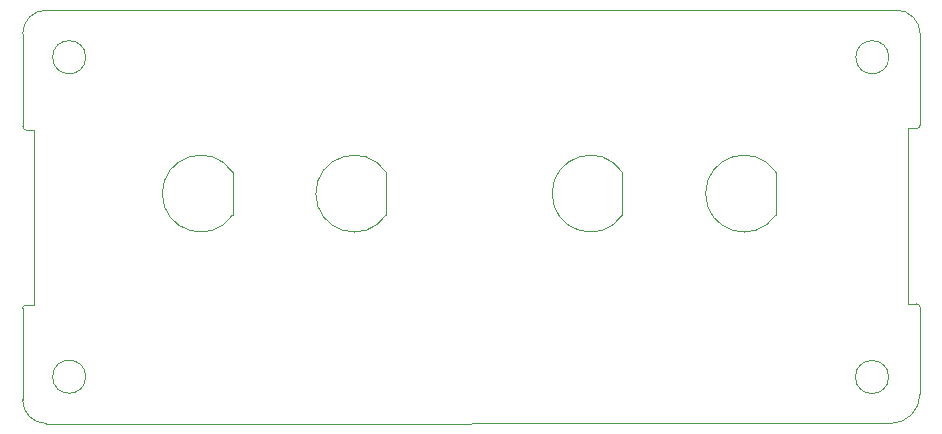
<source format=gko>
G04 #@! TF.FileFunction,Profile,NP*
%FSLAX46Y46*%
G04 Gerber Fmt 4.6, Leading zero omitted, Abs format (unit mm)*
G04 Created by KiCad (PCBNEW (2016-09-17 revision 679eef1)-makepkg) date 09/24/16 16:35:10*
%MOMM*%
%LPD*%
G01*
G04 APERTURE LIST*
%ADD10C,0.150000*%
%ADD11C,0.020000*%
G04 APERTURE END LIST*
D10*
D11*
X0Y-33000000D02*
G75*
G03X2000000Y-35000000I2000000J0D01*
G01*
X75990000Y-2000000D02*
G75*
G03X73990000Y0I-2000000J0D01*
G01*
X1999999Y0D02*
G75*
G03X0Y-2000001I1J-2000000D01*
G01*
X5345000Y-3985000D02*
G75*
G03X5345000Y-3985000I-1400000J0D01*
G01*
X5345000Y-31035000D02*
G75*
G03X5345000Y-31035000I-1400000J0D01*
G01*
X73320000Y-31060000D02*
G75*
G03X73320000Y-31060000I-1400000J0D01*
G01*
X75990000Y-25160000D02*
G75*
G03X75690000Y-24860000I-300000J0D01*
G01*
X75690000Y-10020000D02*
G75*
G03X75990000Y-9720000I0J300000D01*
G01*
X0Y-9820000D02*
G75*
G03X300000Y-10120000I300000J0D01*
G01*
X300000Y-24960000D02*
G75*
G03X0Y-25260000I0J-300000D01*
G01*
X0Y-2000000D02*
X0Y-9820000D01*
X0Y-25260000D02*
X0Y-33000000D01*
X75990000Y-25160000D02*
X75990000Y-32500000D01*
X75990000Y-2000000D02*
X75990000Y-9720000D01*
X74999999Y-10020000D02*
X75690000Y-10020000D01*
X75000000Y-24860000D02*
X74999999Y-10020000D01*
X75000000Y-24860000D02*
X75690000Y-24860000D01*
X990000Y-10120000D02*
X990000Y-24960000D01*
X990000Y-10120000D02*
X300000Y-10120000D01*
X990000Y-24960000D02*
X300000Y-24960000D01*
X73345000Y-3985000D02*
G75*
G03X73345000Y-3985000I-1400000J0D01*
G01*
X75990000Y-32500000D02*
G75*
G02X73500000Y-34990000I-2490000J0D01*
G01*
X73500000Y-34990000D02*
X2000000Y-35000000D01*
X2000000Y0D02*
X73990000Y0D01*
X30780000Y-17340000D02*
G75*
G02X30780000Y-13720000I-2700000J1810000D01*
G01*
X30780000Y-13720000D02*
X30780000Y-17340000D01*
X17780000Y-17340000D02*
G75*
G02X17780000Y-13720000I-2700000J1810000D01*
G01*
X17780000Y-13720000D02*
X17780000Y-17340000D01*
X63780000Y-17340000D02*
G75*
G02X63780000Y-13720000I-2700000J1810000D01*
G01*
X63780000Y-13720000D02*
X63780000Y-17340000D01*
X50780000Y-17340000D02*
G75*
G02X50780000Y-13720000I-2700000J1810000D01*
G01*
X50780000Y-13720000D02*
X50780000Y-17340000D01*
M02*

</source>
